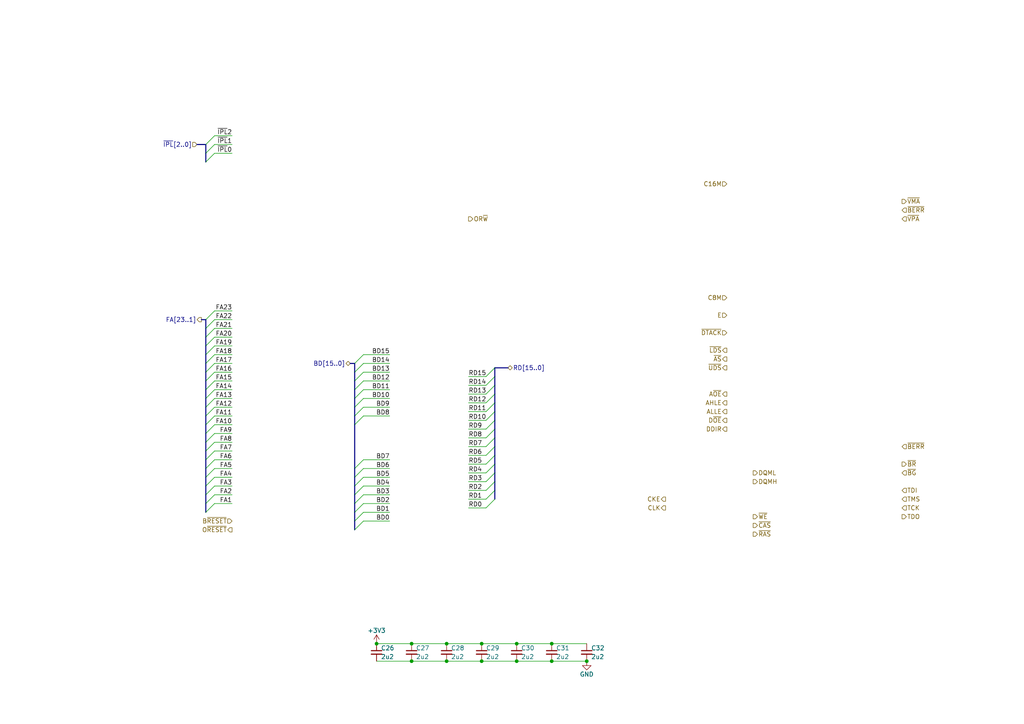
<source format=kicad_sch>
(kicad_sch (version 20230121) (generator eeschema)
  (paper "A4")
  (lib_symbols
    (symbol "Device:C_Small" (pin_numbers hide) (pin_names (offset 0.254) hide)
      (property "Reference" "C" (at 0.254 1.778 0))
      (property "Value" "C_Small" (at 0.254 -2.032 0))
      (symbol "C_Small_0_1"
        (polyline (pts (xy -1.524 -0.508) (xy 1.524 -0.508)) (stroke (width 0.3302)))
        (polyline (pts (xy -1.524 0.508) (xy 1.524 0.508)) (stroke (width 0.3048)))
      )
      (symbol "C_Small_1_1"
        (pin passive line (at 0 2.54 270) (length 2.032) (name "~") (number "1"))
        (pin passive line (at 0 -2.54 90) (length 2.032) (name "~") (number "2"))
      )
    )
    (symbol "GW_PLD:LFE5U-25F-TG144" (pin_names (offset 1.016))
      (property "Reference" "U" (at 0 19.05 0))
      (property "Value" "LFE5U-25F-TG144" (at -3.81 16.51 90))
      (symbol "LFE5U-25F-TG144_1_1"
        (rectangle (start -2.54 17.78) (end 12.7 -78.74) (stroke (width 0.254)) (fill (type background)))
        (pin power_in line (at 17.78 -45.72 180) (length 5.08) (name "VccIO2") (number "100"))
        (pin power_in line (at 17.78 -43.18 180) (length 5.08) (name "VccIO1") (number "122"))
        (pin bidirectional line (at 17.78 12.7 180) (length 5.08) (name "PCK00/PT29A") (number "128"))
        (pin bidirectional line (at 17.78 10.16 180) (length 5.08) (name "PT15B") (number "133"))
        (pin bidirectional line (at 17.78 7.62 180) (length 5.08) (name "PT15A") (number "134"))
        (pin bidirectional line (at 17.78 5.08 180) (length 5.08) (name "PT13B") (number "135"))
        (pin bidirectional line (at 17.78 2.54 180) (length 5.08) (name "PT13A") (number "136"))
        (pin power_in line (at 17.78 15.24 180) (length 5.08) (name "VccIO0") (number "137"))
        (pin bidirectional line (at 17.78 -55.88 180) (length 5.08) (name "PT4A") (number "A2"))
        (pin bidirectional line (at 17.78 -58.42 180) (length 5.08) (name "PCK00/PT29A") (number "A7"))
        (pin bidirectional line (at 17.78 -60.96 180) (length 5.08) (name "~{PCK}00/PT29B") (number "A8"))
        (pin bidirectional line (at 17.78 -53.34 180) (length 5.08) (name "GR01/PT24B") (number "D7"))
        (pin bidirectional line (at 17.78 -50.8 180) (length 5.08) (name "GR00/PT24A") (number "E7"))
      )
      (symbol "LFE5U-25F-TG144_2_1"
        (rectangle (start 12.7 -73.66) (end -2.54 17.78) (stroke (width 0.254)) (fill (type background)))
        (pin bidirectional line (at 17.78 -15.24 180) (length 5.08) (name "PT42B") (number "A10"))
        (pin bidirectional line (at 17.78 -38.1 180) (length 5.08) (name "PT53A") (number "A11"))
        (pin bidirectional line (at 17.78 -40.64 180) (length 5.08) (name "PT53B") (number "A12"))
        (pin bidirectional line (at 17.78 -63.5 180) (length 5.08) (name "PT65A") (number "A13"))
        (pin bidirectional line (at 17.78 -66.04 180) (length 5.08) (name "PT65B") (number "A14"))
        (pin bidirectional line (at 17.78 -71.12 180) (length 5.08) (name "PT67B") (number "A15"))
        (pin bidirectional line (at 17.78 -12.7 180) (length 5.08) (name "PT42A") (number "A9"))
        (pin bidirectional line (at 17.78 -17.78 180) (length 5.08) (name "PT44A") (number "B10"))
        (pin bidirectional line (at 17.78 -27.94 180) (length 5.08) (name "PT49A") (number "B11"))
        (pin bidirectional line (at 17.78 -43.18 180) (length 5.08) (name "PT56A") (number "B12"))
        (pin bidirectional line (at 17.78 -53.34 180) (length 5.08) (name "PT60A") (number "B13"))
        (pin bidirectional line (at 17.78 -68.58 180) (length 5.08) (name "PT67A") (number "B14"))
        (pin bidirectional line (at 17.78 0 180) (length 5.08) (name "~{PCK}10/PT35B") (number "B8"))
        (pin bidirectional line (at 17.78 -2.54 180) (length 5.08) (name "GR10/PT38A") (number "B9"))
        (pin bidirectional line (at 17.78 -20.32 180) (length 5.08) (name "PT44B") (number "C10"))
        (pin bidirectional line (at 17.78 -30.48 180) (length 5.08) (name "PT49B") (number "C11"))
        (pin bidirectional line (at 17.78 -45.72 180) (length 5.08) (name "PT56B") (number "C12"))
        (pin bidirectional line (at 17.78 -55.88 180) (length 5.08) (name "PT60B") (number "C13"))
        (pin bidirectional line (at 17.78 2.54 180) (length 5.08) (name "PCK10/PT35A") (number "C8"))
        (pin bidirectional line (at 17.78 -5.08 180) (length 5.08) (name "GR11/PT38B") (number "C9"))
        (pin bidirectional line (at 17.78 -22.86 180) (length 5.08) (name "PT47A") (number "D10"))
        (pin bidirectional line (at 17.78 -33.02 180) (length 5.08) (name "PT51A") (number "D11"))
        (pin bidirectional line (at 17.78 -48.26 180) (length 5.08) (name "PT58A") (number "D12"))
        (pin bidirectional line (at 17.78 -58.42 180) (length 5.08) (name "PT62A") (number "D13"))
        (pin bidirectional line (at 17.78 5.08 180) (length 5.08) (name "~{PCK}11/PT33B") (number "D8"))
        (pin bidirectional line (at 17.78 -7.62 180) (length 5.08) (name "PT40A") (number "D9"))
        (pin bidirectional line (at 17.78 -25.4 180) (length 5.08) (name "PT47B") (number "E10"))
        (pin bidirectional line (at 17.78 -35.56 180) (length 5.08) (name "PT51B") (number "E11"))
        (pin bidirectional line (at 17.78 -50.8 180) (length 5.08) (name "PT58B") (number "E12"))
        (pin bidirectional line (at 17.78 -60.96 180) (length 5.08) (name "PT62B") (number "E13"))
        (pin bidirectional line (at 17.78 7.62 180) (length 5.08) (name "PCK11/PT33A") (number "E8"))
        (pin bidirectional line (at 17.78 -10.16 180) (length 5.08) (name "PT40B") (number "E9"))
        (pin power_in line (at 17.78 15.24 180) (length 5.08) (name "VccIO1") (number "F10"))
        (pin power_in line (at 17.78 12.7 180) (length 5.08) (name "VccIO1") (number "F11"))
      )
      (symbol "LFE5U-25F-TG144_3_1"
        (rectangle (start -2.54 17.78) (end 12.7 -50.8) (stroke (width 0.254)) (fill (type background)))
        (pin power_in line (at 17.78 15.24 180) (length 5.08) (name "VccIO8") (number ""))
        (pin bidirectional line (at 17.78 10.16 180) (length 5.08) (name "MISO2/PB6A") (number "39"))
        (pin bidirectional line (at 17.78 7.62 180) (length 5.08) (name "PB4A") (number "40"))
        (pin bidirectional line (at 17.78 5.08 180) (length 5.08) (name "MOSI2/PB6B") (number "41"))
        (pin bidirectional line (at 17.78 2.54 180) (length 5.08) (name "PB4B") (number "44"))
        (pin bidirectional line (at 17.78 0 180) (length 5.08) (name "PB9A") (number "45"))
        (pin bidirectional line (at 17.78 -2.54 180) (length 5.08) (name "MISO/PB11A") (number "46"))
        (pin bidirectional line (at 17.78 -5.08 180) (length 5.08) (name "MOSI/PB11B") (number "47"))
        (pin bidirectional line (at 17.78 -7.62 180) (length 5.08) (name "S~{CS}/PB13A") (number "48"))
        (pin bidirectional line (at 17.78 -10.16 180) (length 5.08) (name "M~{CS}/PB15A") (number "49"))
        (pin bidirectional line (at 17.78 -12.7 180) (length 5.08) (name "S~{CS}1/PB13B") (number "50"))
        (pin bidirectional line (at 17.78 -15.24 180) (length 5.08) (name "~{CSO}/PB15B") (number "51"))
        (pin bidirectional line (at 17.78 -17.78 180) (length 5.08) (name "~{WRITE}/PB18A") (number "52"))
        (pin bidirectional line (at 17.78 -20.32 180) (length 5.08) (name "CCLK") (number "54"))
        (pin open_collector line (at 17.78 -22.86 180) (length 5.08) (name "~{INIT}") (number "55"))
        (pin open_collector line (at 17.78 -25.4 180) (length 5.08) (name "DONE") (number "56"))
        (pin input line (at 17.78 -27.94 180) (length 5.08) (name "~{PROG}") (number "57"))
        (pin input line (at 17.78 -30.48 180) (length 5.08) (name "CFG0") (number "58"))
        (pin input line (at 17.78 -33.02 180) (length 5.08) (name "CFG1") (number "59"))
        (pin output line (at 17.78 -40.64 180) (length 5.08) (name "TDO") (number "60"))
        (pin input line (at 17.78 -43.18 180) (length 5.08) (name "TCK") (number "61"))
        (pin input line (at 17.78 -35.56 180) (length 5.08) (name "CFG2") (number "62"))
        (pin input line (at 17.78 -45.72 180) (length 5.08) (name "TDI") (number "63"))
        (pin input line (at 17.78 -48.26 180) (length 5.08) (name "TMS") (number "64"))
      )
      (symbol "LFE5U-25F-TG144_4_1"
        (rectangle (start -2.54 17.78) (end 7.62 -53.34) (stroke (width 0.254)) (fill (type background)))
        (pin power_in line (at 12.7 -43.18 180) (length 5.08) (name "GND") (number "101"))
        (pin no_connect line (at 12.7 -15.24 180) (length 5.08) (name "NC") (number "109"))
        (pin power_in line (at 12.7 -45.72 180) (length 5.08) (name "GND") (number "123"))
        (pin power_in line (at 12.7 -48.26 180) (length 5.08) (name "GND") (number "129"))
        (pin power_in line (at 12.7 -7.62 180) (length 5.08) (name "Vcc") (number "130"))
        (pin power_in line (at 12.7 -50.8 180) (length 5.08) (name "GND") (number "131"))
        (pin power_in line (at 12.7 7.62 180) (length 5.08) (name "VccAUX") (number "132"))
        (pin no_connect line (at 12.7 -17.78 180) (length 5.08) (name "NC") (number "144"))
        (pin power_in line (at 12.7 -25.4 180) (length 5.08) (name "GND") (number "15"))
        (pin power_in line (at 12.7 15.24 180) (length 5.08) (name "VccAUX") (number "17"))
        (pin power_in line (at 12.7 2.54 180) (length 5.08) (name "Vcc") (number "20"))
        (pin power_in line (at 12.7 -27.94 180) (length 5.08) (name "GND") (number "21"))
        (pin power_in line (at 12.7 0 180) (length 5.08) (name "Vcc") (number "29"))
        (pin power_in line (at 12.7 -10.16 180) (length 5.08) (name "Vcc") (number "38"))
        (pin power_in line (at 12.7 -30.48 180) (length 5.08) (name "GND") (number "42"))
        (pin power_in line (at 12.7 12.7 180) (length 5.08) (name "VccAUX") (number "53"))
        (pin power_in line (at 12.7 -33.02 180) (length 5.08) (name "GND") (number "65"))
        (pin power_in line (at 12.7 -2.54 180) (length 5.08) (name "Vcc") (number "66"))
        (pin power_in line (at 12.7 -35.56 180) (length 5.08) (name "GND") (number "75"))
        (pin power_in line (at 12.7 -22.86 180) (length 5.08) (name "GND") (number "8"))
        (pin power_in line (at 12.7 -5.08 180) (length 5.08) (name "Vcc") (number "83"))
        (pin power_in line (at 12.7 -38.1 180) (length 5.08) (name "GND") (number "85"))
        (pin power_in line (at 12.7 -40.64 180) (length 5.08) (name "GND") (number "87"))
        (pin power_in line (at 12.7 10.16 180) (length 5.08) (name "VccAUX") (number "96"))
      )
    )
    (symbol "power:+3V3" (power) (pin_names (offset 0))
      (property "Value" "+3V3" (at 0 3.556 0))
      (symbol "+3V3_0_1"
        (polyline (pts (xy -0.762 1.27) (xy 0 2.54)))
        (polyline (pts (xy 0 0) (xy 0 2.54)))
        (polyline (pts (xy 0 2.54) (xy 0.762 1.27)))
      )
      (symbol "+3V3_1_1"
        (pin power_in line (at 0 0 90) (length 0) hide (name "+3V3") (number "1"))
      )
    )
    (symbol "power:GND" (power) (pin_names (offset 0))
      (property "Value" "GND" (at 0 -3.81 0))
      (symbol "GND_0_1"
        (polyline (pts (xy 0 0) (xy 0 -1.27) (xy 1.27 -1.27) (xy 0 -2.54) (xy -1.27 -1.27) (xy 0 -1.27)))
      )
      (symbol "GND_1_1"
        (pin power_in line (at 0 0 270) (length 0) hide (name "GND") (number "1"))
      )
    )
  )
  (junction (at 119.38 191.77))
  (junction (at 129.54 191.77))
  (junction (at 139.7 191.77))
  (junction (at 139.7 186.69))
  (junction (at 119.38 186.69))
  (junction (at 160.02 186.69))
  (junction (at 109.22 186.69))
  (junction (at 149.86 191.77))
  (junction (at 149.86 186.69))
  (junction (at 170.18 191.77))
  (junction (at 160.02 191.77))
  (junction (at 129.54 186.69))
  (bus_entry (at 140.97 127) (size 2.54 -2.54))
  (bus_entry (at 62.23 128.27) (size -2.54 2.54))
  (bus_entry (at 140.97 116.84) (size 2.54 -2.54))
  (bus_entry (at 140.97 121.92) (size 2.54 -2.54))
  (bus_entry (at 62.23 120.65) (size -2.54 2.54))
  (bus_entry (at 62.23 115.57) (size -2.54 2.54))
  (bus_entry (at 140.97 114.3) (size 2.54 -2.54))
  (bus_entry (at 62.23 113.03) (size -2.54 2.54))
  (bus_entry (at 105.41 135.89) (size -2.54 2.54))
  (bus_entry (at 140.97 119.38) (size 2.54 -2.54))
  (bus_entry (at 62.23 95.25) (size -2.54 2.54))
  (bus_entry (at 105.41 118.11) (size -2.54 2.54))
  (bus_entry (at 62.23 100.33) (size -2.54 2.54))
  (bus_entry (at 105.41 107.95) (size -2.54 2.54))
  (bus_entry (at 105.41 115.57) (size -2.54 2.54))
  (bus_entry (at 105.41 102.87) (size -2.54 2.54))
  (bus_entry (at 105.41 105.41) (size -2.54 2.54))
  (bus_entry (at 62.23 130.81) (size -2.54 2.54))
  (bus_entry (at 62.23 39.37) (size -2.54 2.54))
  (bus_entry (at 105.41 120.65) (size -2.54 2.54))
  (bus_entry (at 62.23 102.87) (size -2.54 2.54))
  (bus_entry (at 140.97 142.24) (size 2.54 -2.54))
  (bus_entry (at 62.23 92.71) (size -2.54 2.54))
  (bus_entry (at 105.41 140.97) (size -2.54 2.54))
  (bus_entry (at 62.23 44.45) (size -2.54 2.54))
  (bus_entry (at 105.41 133.35) (size -2.54 2.54))
  (bus_entry (at 62.23 107.95) (size -2.54 2.54))
  (bus_entry (at 105.41 138.43) (size -2.54 2.54))
  (bus_entry (at 62.23 140.97) (size -2.54 2.54))
  (bus_entry (at 62.23 125.73) (size -2.54 2.54))
  (bus_entry (at 140.97 124.46) (size 2.54 -2.54))
  (bus_entry (at 105.41 146.05) (size -2.54 2.54))
  (bus_entry (at 62.23 90.17) (size -2.54 2.54))
  (bus_entry (at 62.23 41.91) (size -2.54 2.54))
  (bus_entry (at 140.97 111.76) (size 2.54 -2.54))
  (bus_entry (at 140.97 132.08) (size 2.54 -2.54))
  (bus_entry (at 105.41 113.03) (size -2.54 2.54))
  (bus_entry (at 62.23 110.49) (size -2.54 2.54))
  (bus_entry (at 105.41 151.13) (size -2.54 2.54))
  (bus_entry (at 140.97 144.78) (size 2.54 -2.54))
  (bus_entry (at 140.97 129.54) (size 2.54 -2.54))
  (bus_entry (at 62.23 133.35) (size -2.54 2.54))
  (bus_entry (at 62.23 97.79) (size -2.54 2.54))
  (bus_entry (at 62.23 123.19) (size -2.54 2.54))
  (bus_entry (at 62.23 105.41) (size -2.54 2.54))
  (bus_entry (at 105.41 143.51) (size -2.54 2.54))
  (bus_entry (at 62.23 135.89) (size -2.54 2.54))
  (bus_entry (at 62.23 143.51) (size -2.54 2.54))
  (bus_entry (at 140.97 137.16) (size 2.54 -2.54))
  (bus_entry (at 62.23 146.05) (size -2.54 2.54))
  (bus_entry (at 140.97 139.7) (size 2.54 -2.54))
  (bus_entry (at 140.97 147.32) (size 2.54 -2.54))
  (bus_entry (at 105.41 148.59) (size -2.54 2.54))
  (bus_entry (at 105.41 110.49) (size -2.54 2.54))
  (bus_entry (at 62.23 138.43) (size -2.54 2.54))
  (bus_entry (at 140.97 134.62) (size 2.54 -2.54))
  (bus_entry (at 140.97 109.22) (size 2.54 -2.54))
  (bus_entry (at 62.23 118.11) (size -2.54 2.54))
  (wire (pts (xy 67.31 130.81) (xy 62.23 130.81)))
  (wire (pts (xy 113.03 138.43) (xy 105.41 138.43)))
  (bus (pts (xy 101.6 105.41) (xy 102.87 105.41)))
  (bus (pts (xy 59.69 120.65) (xy 59.69 123.19)))
  (wire (pts (xy 135.89 147.32) (xy 140.97 147.32)))
  (bus (pts (xy 59.69 110.49) (xy 59.69 113.03)))
  (wire (pts (xy 67.31 110.49) (xy 62.23 110.49)))
  (bus (pts (xy 102.87 110.49) (xy 102.87 113.03)))
  (bus (pts (xy 143.51 127) (xy 143.51 124.46)))
  (wire (pts (xy 113.03 113.03) (xy 105.41 113.03)))
  (wire (pts (xy 135.89 144.78) (xy 140.97 144.78)))
  (bus (pts (xy 59.69 95.25) (xy 59.69 97.79)))
  (bus (pts (xy 59.69 118.11) (xy 59.69 120.65)))
  (wire (pts (xy 109.22 186.69) (xy 119.38 186.69)))
  (bus (pts (xy 59.69 100.33) (xy 59.69 102.87)))
  (wire (pts (xy 135.89 114.3) (xy 140.97 114.3)))
  (wire (pts (xy 113.03 146.05) (xy 105.41 146.05)))
  (bus (pts (xy 102.87 113.03) (xy 102.87 115.57)))
  (wire (pts (xy 67.31 97.79) (xy 62.23 97.79)))
  (wire (pts (xy 135.89 121.92) (xy 140.97 121.92)))
  (wire (pts (xy 67.31 143.51) (xy 62.23 143.51)))
  (bus (pts (xy 102.87 118.11) (xy 102.87 120.65)))
  (wire (pts (xy 119.38 186.69) (xy 129.54 186.69)))
  (wire (pts (xy 67.31 140.97) (xy 62.23 140.97)))
  (wire (pts (xy 135.89 116.84) (xy 140.97 116.84)))
  (bus (pts (xy 59.69 105.41) (xy 59.69 107.95)))
  (wire (pts (xy 67.31 118.11) (xy 62.23 118.11)))
  (bus (pts (xy 59.69 128.27) (xy 59.69 130.81)))
  (bus (pts (xy 59.69 135.89) (xy 59.69 138.43)))
  (wire (pts (xy 160.02 186.69) (xy 170.18 186.69)))
  (bus (pts (xy 57.15 41.91) (xy 59.69 41.91)))
  (bus (pts (xy 143.51 116.84) (xy 143.51 114.3)))
  (bus (pts (xy 102.87 135.89) (xy 102.87 138.43)))
  (wire (pts (xy 67.31 39.37) (xy 62.23 39.37)))
  (bus (pts (xy 59.69 146.05) (xy 59.69 148.59)))
  (wire (pts (xy 139.7 191.77) (xy 149.86 191.77)))
  (bus (pts (xy 102.87 151.13) (xy 102.87 153.67)))
  (wire (pts (xy 67.31 120.65) (xy 62.23 120.65)))
  (wire (pts (xy 67.31 100.33) (xy 62.23 100.33)))
  (wire (pts (xy 113.03 140.97) (xy 105.41 140.97)))
  (wire (pts (xy 135.89 132.08) (xy 140.97 132.08)))
  (bus (pts (xy 59.69 41.91) (xy 59.69 44.45)))
  (bus (pts (xy 59.69 97.79) (xy 59.69 100.33)))
  (wire (pts (xy 67.31 102.87) (xy 62.23 102.87)))
  (bus (pts (xy 143.51 111.76) (xy 143.51 109.22)))
  (wire (pts (xy 135.89 142.24) (xy 140.97 142.24)))
  (bus (pts (xy 143.51 142.24) (xy 143.51 139.7)))
  (bus (pts (xy 59.69 133.35) (xy 59.69 135.89)))
  (bus (pts (xy 59.69 140.97) (xy 59.69 143.51)))
  (wire (pts (xy 135.89 124.46) (xy 140.97 124.46)))
  (wire (pts (xy 113.03 102.87) (xy 105.41 102.87)))
  (wire (pts (xy 67.31 41.91) (xy 62.23 41.91)))
  (wire (pts (xy 129.54 186.69) (xy 139.7 186.69)))
  (wire (pts (xy 160.02 191.77) (xy 170.18 191.77)))
  (wire (pts (xy 67.31 105.41) (xy 62.23 105.41)))
  (wire (pts (xy 135.89 127) (xy 140.97 127)))
  (wire (pts (xy 139.7 186.69) (xy 149.86 186.69)))
  (wire (pts (xy 113.03 115.57) (xy 105.41 115.57)))
  (wire (pts (xy 113.03 143.51) (xy 105.41 143.51)))
  (bus (pts (xy 143.51 119.38) (xy 143.51 116.84)))
  (wire (pts (xy 67.31 90.17) (xy 62.23 90.17)))
  (bus (pts (xy 59.69 138.43) (xy 59.69 140.97)))
  (wire (pts (xy 135.89 139.7) (xy 140.97 139.7)))
  (wire (pts (xy 149.86 186.69) (xy 160.02 186.69)))
  (wire (pts (xy 113.03 148.59) (xy 105.41 148.59)))
  (wire (pts (xy 113.03 133.35) (xy 105.41 133.35)))
  (wire (pts (xy 113.03 107.95) (xy 105.41 107.95)))
  (wire (pts (xy 135.89 111.76) (xy 140.97 111.76)))
  (bus (pts (xy 102.87 115.57) (xy 102.87 118.11)))
  (wire (pts (xy 149.86 191.77) (xy 160.02 191.77)))
  (wire (pts (xy 113.03 118.11) (xy 105.41 118.11)))
  (bus (pts (xy 143.51 124.46) (xy 143.51 121.92)))
  (bus (pts (xy 143.51 106.68) (xy 147.32 106.68)))
  (wire (pts (xy 113.03 110.49) (xy 105.41 110.49)))
  (bus (pts (xy 143.51 129.54) (xy 143.51 127)))
  (bus (pts (xy 102.87 148.59) (xy 102.87 151.13)))
  (bus (pts (xy 59.69 46.99) (xy 59.69 44.45)))
  (wire (pts (xy 67.31 125.73) (xy 62.23 125.73)))
  (bus (pts (xy 102.87 120.65) (xy 102.87 123.19)))
  (bus (pts (xy 102.87 146.05) (xy 102.87 148.59)))
  (wire (pts (xy 119.38 191.77) (xy 129.54 191.77)))
  (wire (pts (xy 67.31 138.43) (xy 62.23 138.43)))
  (bus (pts (xy 143.51 134.62) (xy 143.51 132.08)))
  (bus (pts (xy 59.69 102.87) (xy 59.69 105.41)))
  (wire (pts (xy 109.22 191.77) (xy 119.38 191.77)))
  (wire (pts (xy 113.03 105.41) (xy 105.41 105.41)))
  (bus (pts (xy 143.51 114.3) (xy 143.51 111.76)))
  (wire (pts (xy 135.89 119.38) (xy 140.97 119.38)))
  (bus (pts (xy 143.51 137.16) (xy 143.51 134.62)))
  (bus (pts (xy 58.42 92.71) (xy 59.69 92.71)))
  (bus (pts (xy 102.87 107.95) (xy 102.87 110.49)))
  (bus (pts (xy 59.69 130.81) (xy 59.69 133.35)))
  (bus (pts (xy 59.69 125.73) (xy 59.69 128.27)))
  (wire (pts (xy 67.31 115.57) (xy 62.23 115.57)))
  (wire (pts (xy 67.31 95.25) (xy 62.23 95.25)))
  (wire (pts (xy 113.03 120.65) (xy 105.41 120.65)))
  (wire (pts (xy 113.03 135.89) (xy 105.41 135.89)))
  (bus (pts (xy 102.87 123.19) (xy 102.87 135.89)))
  (wire (pts (xy 67.31 135.89) (xy 62.23 135.89)))
  (wire (pts (xy 67.31 128.27) (xy 62.23 128.27)))
  (wire (pts (xy 135.89 109.22) (xy 140.97 109.22)))
  (wire (pts (xy 67.31 123.19) (xy 62.23 123.19)))
  (wire (pts (xy 113.03 151.13) (xy 105.41 151.13)))
  (bus (pts (xy 143.51 109.22) (xy 143.51 106.68)))
  (bus (pts (xy 143.51 144.78) (xy 143.51 142.24)))
  (bus (pts (xy 143.51 121.92) (xy 143.51 119.38)))
  (bus (pts (xy 102.87 138.43) (xy 102.87 140.97)))
  (bus (pts (xy 59.69 113.03) (xy 59.69 115.57)))
  (wire (pts (xy 67.31 113.03) (xy 62.23 113.03)))
  (wire (pts (xy 135.89 137.16) (xy 140.97 137.16)))
  (bus (pts (xy 59.69 115.57) (xy 59.69 118.11)))
  (bus (pts (xy 143.51 139.7) (xy 143.51 137.16)))
  (wire (pts (xy 67.31 146.05) (xy 62.23 146.05)))
  (wire (pts (xy 67.31 107.95) (xy 62.23 107.95)))
  (bus (pts (xy 59.69 123.19) (xy 59.69 125.73)))
  (wire (pts (xy 135.89 129.54) (xy 140.97 129.54)))
  (bus (pts (xy 59.69 143.51) (xy 59.69 146.05)))
  (bus (pts (xy 59.69 107.95) (xy 59.69 110.49)))
  (wire (pts (xy 67.31 133.35) (xy 62.23 133.35)))
  (bus (pts (xy 102.87 140.97) (xy 102.87 143.51)))
  (bus (pts (xy 102.87 105.41) (xy 102.87 107.95)))
  (wire (pts (xy 135.89 134.62) (xy 140.97 134.62)))
  (bus (pts (xy 102.87 143.51) (xy 102.87 146.05)))
  (bus (pts (xy 59.69 92.71) (xy 59.69 95.25)))
  (wire (pts (xy 129.54 191.77) (xy 139.7 191.77)))
  (bus (pts (xy 143.51 132.08) (xy 143.51 129.54)))
  (wire (pts (xy 67.31 44.45) (xy 62.23 44.45)))
  (wire (pts (xy 67.31 92.71) (xy 62.23 92.71)))
  (label "FA11" (at 67.31 120.65 180))
  (label "RD1" (at 135.89 144.78 0))
  (label "BD8" (at 113.03 120.65 180))
  (label "RD5" (at 135.89 134.62 0))
  (label "BD11" (at 113.03 113.03 180))
  (label "FA5" (at 67.31 135.89 180))
  (label "RD11" (at 135.89 119.38 0))
  (label "FA14" (at 67.31 113.03 180))
  (label "BD1" (at 113.03 148.59 180))
  (label "FA21" (at 67.31 95.25 180))
  (label "FA6" (at 67.31 133.35 180))
  (label "FA4" (at 67.31 138.43 180))
  (label "FA10" (at 67.31 123.19 180))
  (label "RD15" (at 135.89 109.22 0))
  (label "BD5" (at 113.03 138.43 180))
  (label "FA9" (at 67.31 125.73 180))
  (label "BD3" (at 113.03 143.51 180))
  (label "BD9" (at 113.03 118.11 180))
  (label "BD12" (at 113.03 110.49 180))
  (label "RD2" (at 135.89 142.24 0))
  (label "~{IPL}2" (at 67.31 39.37 180))
  (label "RD6" (at 135.89 132.08 0))
  (label "FA22" (at 67.31 92.71 180))
  (label "FA19" (at 67.31 100.33 180))
  (label "FA2" (at 67.31 143.51 180))
  (label "~{IPL}0" (at 67.31 44.45 180))
  (label "BD4" (at 113.03 140.97 180))
  (label "FA17" (at 67.31 105.41 180))
  (label "BD6" (at 113.03 135.89 180))
  (label "FA18" (at 67.31 102.87 180))
  (label "BD0" (at 113.03 151.13 180))
  (label "FA13" (at 67.31 115.57 180))
  (label "FA7" (at 67.31 130.81 180))
  (label "FA20" (at 67.31 97.79 180))
  (label "RD0" (at 135.89 147.32 0))
  (label "RD10" (at 135.89 121.92 0))
  (label "BD7" (at 113.03 133.35 180))
  (label "FA15" (at 67.31 110.49 180))
  (label "FA23" (at 67.31 90.17 180))
  (label "RD9" (at 135.89 124.46 0))
  (label "BD15" (at 113.03 102.87 180))
  (label "BD14" (at 113.03 105.41 180))
  (label "FA12" (at 67.31 118.11 180))
  (label "~{IPL}1" (at 67.31 41.91 180))
  (label "RD12" (at 135.89 116.84 0))
  (label "RD14" (at 135.89 111.76 0))
  (label "BD13" (at 113.03 107.95 180))
  (label "BD10" (at 113.03 115.57 180))
  (label "RD7" (at 135.89 129.54 0))
  (label "FA1" (at 67.31 146.05 180))
  (label "FA3" (at 67.31 140.97 180))
  (label "RD13" (at 135.89 114.3 0))
  (label "FA8" (at 67.31 128.27 180))
  (label "RD4" (at 135.89 137.16 0))
  (label "BD2" (at 113.03 146.05 180))
  (label "RD3" (at 135.89 139.7 0))
  (label "FA16" (at 67.31 107.95 180))
  (label "RD8" (at 135.89 127 0))
  (hierarchical_label "ALLE" (shape output) (at 210.82 119.38 180))
  (hierarchical_label "TCK" (shape input) (at 261.62 147.32 0))
  (hierarchical_label "B~{RESET}" (shape input) (at 67.31 151.13 180))
  (hierarchical_label "~{RAS}" (shape output) (at 218.44 154.94 0))
  (hierarchical_label "~{WE}" (shape output) (at 218.44 149.86 0))
  (hierarchical_label "~{BG}" (shape input) (at 261.62 137.16 0))
  (hierarchical_label "~{UDS}" (shape output) (at 210.82 106.68 180))
  (hierarchical_label "~{IPL}[2..0]" (shape input) (at 57.15 41.91 180))
  (hierarchical_label "D~{OE}" (shape output) (at 210.82 121.92 180))
  (hierarchical_label "DQML" (shape output) (at 218.44 137.16 0))
  (hierarchical_label "TDO" (shape output) (at 261.62 149.86 0))
  (hierarchical_label "DQMH" (shape output) (at 218.44 139.7 0))
  (hierarchical_label "TDI" (shape input) (at 261.62 142.24 0))
  (hierarchical_label "~{VMA}" (shape output) (at 261.62 58.42 0))
  (hierarchical_label "~{AS}" (shape output) (at 210.82 104.14 180))
  (hierarchical_label "C8M" (shape input) (at 210.82 86.36 180))
  (hierarchical_label "TMS" (shape input) (at 261.62 144.78 0))
  (hierarchical_label "RD[15..0]" (shape bidirectional) (at 147.32 106.68 0))
  (hierarchical_label "CKE" (shape output) (at 193.04 144.78 180))
  (hierarchical_label "O~{RESET}" (shape output) (at 67.31 153.67 180))
  (hierarchical_label "~{BERR}" (shape input) (at 261.62 60.96 0))
  (hierarchical_label "~{LDS}" (shape output) (at 210.82 101.6 180))
  (hierarchical_label "~{DTACK}" (shape input) (at 210.82 96.52 180))
  (hierarchical_label "OR~{W}" (shape output) (at 135.89 63.5 0))
  (hierarchical_label "C16M" (shape input) (at 210.82 53.34 180))
  (hierarchical_label "~{VPA}" (shape input) (at 261.62 63.5 0))
  (hierarchical_label "~{CAS}" (shape output) (at 218.44 152.4 0))
  (hierarchical_label "FA[23..1]" (shape output) (at 58.42 92.71 180))
  (hierarchical_label "E" (shape input) (at 210.82 91.44 180))
  (hierarchical_label "~{BR}" (shape output) (at 261.62 134.62 0))
  (hierarchical_label "A~{OE}" (shape output) (at 210.82 114.3 180))
  (hierarchical_label "DDIR" (shape output) (at 210.82 124.46 180))
  (hierarchical_label "CLK" (shape output) (at 193.04 147.32 180))
  (hierarchical_label "~{BERR}" (shape input) (at 261.62 129.54 0))
  (hierarchical_label "BD[15..0]" (shape bidirectional) (at 101.6 105.41 180))
  (hierarchical_label "AHLE" (shape output) (at 210.82 116.84 180))
  (symbol (lib_id "Device:C_Small") (at 119.38 189.23 0) (unit 1)
    (property "Reference" "C27" (at 120.65 187.96 0) (effects (justify left)))
    (property "Value" "2u2" (at 120.65 190.5 0) (effects (justify left)))
    (property "Footprint" "stdpads:C_0603" (effects hide))
    (property "LCSC Part" "C23630" (effects hide))
  )
  (symbol (lib_id "Device:C_Small") (at 129.54 189.23 0) (unit 1)
    (property "Reference" "C28" (at 130.81 187.96 0) (effects (justify left)))
    (property "Value" "2u2" (at 130.81 190.5 0) (effects (justify left)))
    (property "Footprint" "stdpads:C_0603" (effects hide))
    (property "LCSC Part" "C23630" (effects hide))
  )
  (symbol (lib_id "Device:C_Small") (at 139.7 189.23 0) (unit 1)
    (property "Reference" "C29" (at 140.97 187.96 0) (effects (justify left)))
    (property "Value" "2u2" (at 140.97 190.5 0) (effects (justify left)))
    (property "Footprint" "stdpads:C_0603" (effects hide))
    (property "LCSC Part" "C23630" (effects hide))
  )
  (symbol (lib_id "power:+3V3") (at 109.22 186.69 0) (unit 1)
    (property "Reference" "#PWR0158" (effects hide))
    (property "Value" "+3V3" (at 109.22 182.88 0))
  )
  (symbol (lib_id "Device:C_Small") (at 109.22 189.23 0) (unit 1)
    (property "Reference" "C26" (at 110.49 187.96 0) (effects (justify left)))
    (property "Value" "2u2" (at 110.49 190.5 0) (effects (justify left)))
    (property "Footprint" "stdpads:C_0603" (effects hide))
    (property "LCSC Part" "C23630" (effects hide))
  )
  (symbol (lib_id "Device:C_Small") (at 160.02 189.23 0) (unit 1)
    (property "Reference" "C31" (at 161.29 187.96 0) (effects (justify left)))
    (property "Value" "2u2" (at 161.29 190.5 0) (effects (justify left)))
    (property "Footprint" "stdpads:C_0603" (effects hide))
    (property "LCSC Part" "C23630" (effects hide))
  )
  (symbol (lib_id "Device:C_Small") (at 149.86 189.23 0) (unit 1)
    (property "Reference" "C30" (at 151.13 187.96 0) (effects (justify left)))
    (property "Value" "2u2" (at 151.13 190.5 0) (effects (justify left)))
    (property "Footprint" "stdpads:C_0603" (effects hide))
    (property "LCSC Part" "C23630" (effects hide))
  )
  (symbol (lib_id "power:GND") (at 170.18 191.77 0) (mirror y) (unit 1)
    (property "Reference" "#PWR0159" (effects hide))
    (property "Value" "GND" (at 170.18 195.58 0))
  )
  (symbol (lib_id "Device:C_Small") (at 170.18 189.23 0) (unit 1)
    (property "Reference" "C32" (at 171.45 187.96 0) (effects (justify left)))
    (property "Value" "2u2" (at 171.45 190.5 0) (effects (justify left)))
    (property "Footprint" "stdpads:C_0603" (effects hide))
    (property "LCSC Part" "C23630" (effects hide))
  )
  (symbol (lib_id "GW_PLD:LFE5U-25F-TG144") (at -237.49 29.21 0) (unit 3)
    (property "Reference" "U2" (at -232.41 6.35 0))
    (property "Value" "LFE5U-25F-TG144" (at -232.41 8.89 0))
    (property "Footprint" "stdpads:TQFP-144_20x20mm_P0.5mm" (effects hide))
  )
  (symbol (lib_id "GW_PLD:LFE5U-25F-TG144") (at -262.89 27.94 0) (unit 2)
    (property "Reference" "U2" (at -257.81 5.08 0))
    (property "Value" "LFE5U-25F-TG144" (at -257.81 7.62 0))
    (property "Footprint" "stdpads:TQFP-144_20x20mm_P0.5mm" (effects hide))
  )
  (symbol (lib_id "GW_PLD:LFE5U-25F-TG144") (at -215.9 30.48 0) (unit 4)
    (property "Reference" "U2" (at -213.36 7.62 0))
    (property "Value" "LFE5U-25F-TG144" (at -213.36 10.16 0))
    (property "Footprint" "stdpads:TQFP-144_20x20mm_P0.5mm" (effects hide))
  )
  (symbol (lib_id "GW_PLD:LFE5U-25F-TG144") (at -287.02 26.67 0) (unit 1)
    (property "Reference" "U2" (at -281.94 3.81 0))
    (property "Value" "LFE5U-25F-TG144" (at -281.94 6.35 0))
    (property "Footprint" "stdpads:TQFP-144_20x20mm_P0.5mm" (effects hide))
  )
)
</source>
